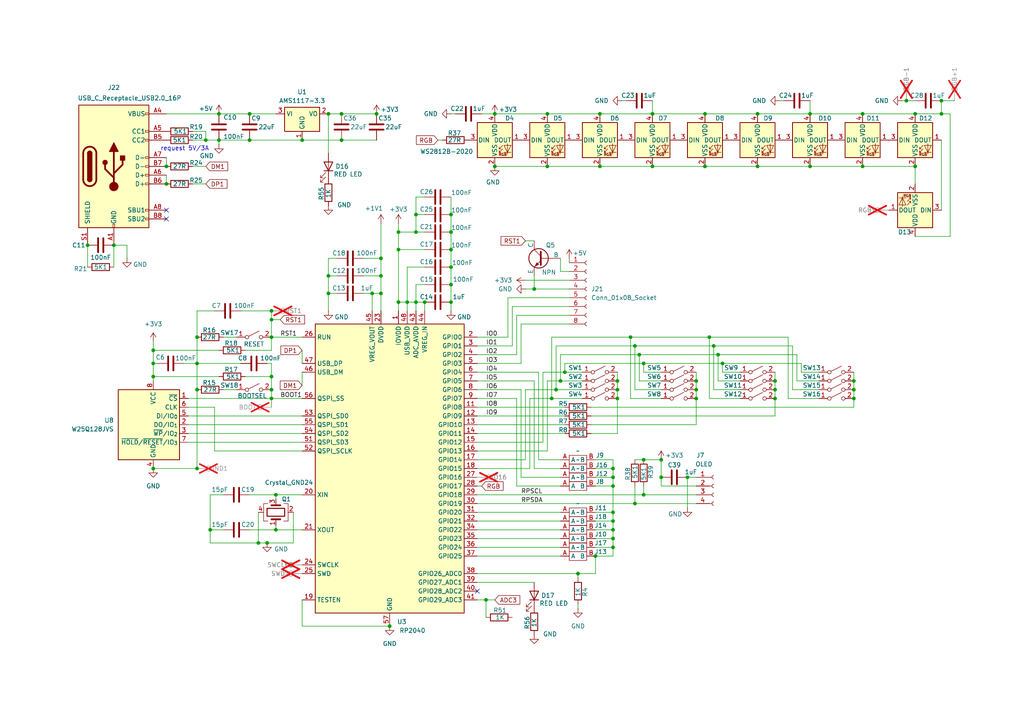
<source format=kicad_sch>
(kicad_sch (version 20250114) (generator "eeschema") (generator_version "9.0")
  (paper "A4")
  (text "request 5V/3A" (at 53.594 43.18 0) (effects (font (size 1.27 1.27))))
  (junction (at 247.65 115.57))
  (junction (at 173.99 48.26))
  (junction (at 189.23 33.02))
  (junction (at 265.43 33.02))
  (junction (at 44.45 135.89))
  (junction (at 48.26 53.34))
  (junction (at 33.02 71.12))
  (junction (at 130.81 67.31))
  (junction (at 59.69 40.64))
  (junction (at 78.74 115.57))
  (junction (at 130.81 62.23))
  (junction (at 72.39 40.64))
  (junction (at 199.39 138.43))
  (junction (at 234.95 33.02))
  (junction (at 224.79 115.57))
  (junction (at 118.11 87.63))
  (junction (at 184.15 146.05))
  (junction (at 78.74 90.17))
  (junction (at 57.15 97.79))
  (junction (at 130.81 72.39))
  (junction (at 186.69 133.35))
  (junction (at 44.45 105.41))
  (junction (at 162.56 110.49))
  (junction (at 201.93 113.03))
  (junction (at 44.45 109.22))
  (junction (at 177.8 151.13))
  (junction (at 78.74 113.03))
  (junction (at 177.8 138.43))
  (junction (at 250.19 48.26))
  (junction (at 177.8 148.59))
  (junction (at 154.94 83.82))
  (junction (at 186.69 143.51))
  (junction (at 234.95 48.26))
  (junction (at 219.71 48.26))
  (junction (at 95.25 80.01))
  (junction (at 184.15 100.33))
  (junction (at 179.07 113.03))
  (junction (at 247.65 110.49))
  (junction (at 173.99 33.02))
  (junction (at 247.65 113.03))
  (junction (at 107.95 85.09))
  (junction (at 201.93 110.49))
  (junction (at 262.89 29.21))
  (junction (at 204.47 48.26))
  (junction (at 158.75 48.26))
  (junction (at 60.96 153.67))
  (junction (at 80.01 153.67))
  (junction (at 115.57 67.31))
  (junction (at 130.81 82.55))
  (junction (at 44.45 101.6))
  (junction (at 78.74 97.79))
  (junction (at 224.79 110.49))
  (junction (at 113.03 181.61))
  (junction (at 80.01 143.51))
  (junction (at 143.51 48.26))
  (junction (at 78.74 92.71))
  (junction (at 172.72 161.29))
  (junction (at 87.63 40.64))
  (junction (at 109.22 33.02))
  (junction (at 120.65 67.31))
  (junction (at 130.81 77.47))
  (junction (at 115.57 72.39))
  (junction (at 185.42 102.87))
  (junction (at 207.01 100.33))
  (junction (at 163.83 107.95))
  (junction (at 120.65 62.23))
  (junction (at 95.25 33.02))
  (junction (at 99.06 40.64))
  (junction (at 63.5 33.02))
  (junction (at 57.15 135.89))
  (junction (at 95.25 85.09))
  (junction (at 143.51 33.02))
  (junction (at 179.07 115.57))
  (junction (at 160.02 115.57))
  (junction (at 189.23 48.26))
  (junction (at 177.8 153.67))
  (junction (at 158.75 33.02))
  (junction (at 48.26 48.26))
  (junction (at 179.07 110.49))
  (junction (at 123.19 87.63))
  (junction (at 205.74 97.79))
  (junction (at 177.8 158.75))
  (junction (at 265.43 48.26))
  (junction (at 99.06 33.02))
  (junction (at 63.5 40.64))
  (junction (at 224.79 113.03))
  (junction (at 273.05 33.02))
  (junction (at 208.28 102.87))
  (junction (at 191.77 138.43))
  (junction (at 57.15 113.03))
  (junction (at 273.05 29.21))
  (junction (at 191.77 133.35))
  (junction (at 201.93 115.57))
  (junction (at 110.49 85.09))
  (junction (at 115.57 87.63))
  (junction (at 177.8 156.21))
  (junction (at 167.64 166.37))
  (junction (at 186.69 105.41))
  (junction (at 78.74 109.22))
  (junction (at 130.81 87.63))
  (junction (at 177.8 135.89))
  (junction (at 140.97 173.99))
  (junction (at 209.55 105.41))
  (junction (at 182.88 97.79))
  (junction (at 72.39 33.02))
  (junction (at 120.65 87.63))
  (junction (at 219.71 33.02))
  (junction (at 204.47 33.02))
  (junction (at 77.47 157.48))
  (junction (at 177.8 140.97))
  (junction (at 110.49 80.01))
  (junction (at 110.49 74.93))
  (junction (at 161.29 113.03))
  (junction (at 57.15 105.41))
  (junction (at 250.19 33.02))
  (junction (at 25.4 71.12))
  (junction (at 74.93 157.48))
  (no_connect (at 138.43 171.45))
  (no_connect (at 48.26 63.5))
  (no_connect (at 48.26 60.96))
  (wire (pts (xy 158.75 130.81) (xy 138.43 130.81)))
  (wire (pts (xy 162.56 78.74) (xy 165.1 78.74)))
  (wire (pts (xy 77.47 105.41) (xy 78.74 105.41)))
  (wire (pts (xy 224.79 120.65) (xy 224.79 115.57)))
  (wire (pts (xy 214.63 110.49) (xy 208.28 110.49)))
  (wire (pts (xy 224.79 107.95) (xy 224.79 110.49)))
  (wire (pts (xy 177.8 153.67) (xy 177.8 156.21)))
  (wire (pts (xy 219.71 33.02) (xy 234.95 33.02)))
  (wire (pts (xy 180.34 29.21) (xy 181.61 29.21)))
  (wire (pts (xy 232.41 105.41) (xy 209.55 105.41)))
  (wire (pts (xy 123.19 57.15) (xy 120.65 57.15)))
  (wire (pts (xy 171.45 123.19) (xy 201.93 123.19)))
  (wire (pts (xy 189.23 48.26) (xy 204.47 48.26)))
  (wire (pts (xy 138.43 161.29) (xy 162.56 161.29)))
  (wire (pts (xy 214.63 115.57) (xy 205.74 115.57)))
  (wire (pts (xy 247.65 118.11) (xy 247.65 115.57)))
  (wire (pts (xy 95.25 74.93) (xy 95.25 80.01)))
  (wire (pts (xy 152.4 133.35) (xy 138.43 133.35)))
  (wire (pts (xy 265.43 48.26) (xy 265.43 53.34)))
  (wire (pts (xy 118.11 77.47) (xy 118.11 87.63)))
  (wire (pts (xy 62.23 130.81) (xy 62.23 118.11)))
  (wire (pts (xy 60.96 153.67) (xy 60.96 157.48)))
  (wire (pts (xy 95.25 33.02) (xy 99.06 33.02)))
  (wire (pts (xy 57.15 105.41) (xy 57.15 113.03)))
  (wire (pts (xy 147.32 97.79) (xy 147.32 86.36)))
  (wire (pts (xy 95.25 74.93) (xy 97.79 74.93)))
  (wire (pts (xy 130.81 77.47) (xy 130.81 82.55)))
  (wire (pts (xy 54.61 123.19) (xy 87.63 123.19)))
  (wire (pts (xy 87.63 107.95) (xy 87.63 111.76)))
  (wire (pts (xy 123.19 87.63) (xy 123.19 90.17)))
  (wire (pts (xy 138.43 153.67) (xy 162.56 153.67)))
  (wire (pts (xy 226.06 29.21) (xy 227.33 29.21)))
  (wire (pts (xy 143.51 33.02) (xy 158.75 33.02)))
  (wire (pts (xy 138.43 105.41) (xy 151.13 105.41)))
  (wire (pts (xy 60.96 143.51) (xy 60.96 153.67)))
  (wire (pts (xy 173.99 33.02) (xy 189.23 33.02)))
  (wire (pts (xy 172.72 161.29) (xy 172.72 166.37)))
  (wire (pts (xy 57.15 90.17) (xy 57.15 97.79)))
  (wire (pts (xy 177.8 140.97) (xy 177.8 138.43)))
  (wire (pts (xy 138.43 158.75) (xy 162.56 158.75)))
  (wire (pts (xy 214.63 113.03) (xy 207.01 113.03)))
  (wire (pts (xy 161.29 113.03) (xy 152.4 113.03)))
  (wire (pts (xy 138.43 173.99) (xy 140.97 173.99)))
  (wire (pts (xy 231.14 110.49) (xy 231.14 102.87)))
  (wire (pts (xy 184.15 100.33) (xy 161.29 100.33)))
  (wire (pts (xy 177.8 140.97) (xy 172.72 140.97)))
  (wire (pts (xy 71.12 101.6) (xy 78.74 101.6)))
  (wire (pts (xy 157.48 128.27) (xy 138.43 128.27)))
  (wire (pts (xy 110.49 74.93) (xy 110.49 80.01)))
  (wire (pts (xy 80.01 153.67) (xy 80.01 152.4)))
  (wire (pts (xy 69.85 90.17) (xy 78.74 90.17)))
  (wire (pts (xy 54.61 120.65) (xy 87.63 120.65)))
  (wire (pts (xy 162.56 102.87) (xy 162.56 110.49)))
  (wire (pts (xy 275.59 68.58) (xy 275.59 33.02)))
  (wire (pts (xy 191.77 110.49) (xy 185.42 110.49)))
  (wire (pts (xy 130.81 87.63) (xy 130.81 90.17)))
  (wire (pts (xy 72.39 153.67) (xy 80.01 153.67)))
  (wire (pts (xy 138.43 166.37) (xy 167.64 166.37)))
  (wire (pts (xy 57.15 113.03) (xy 57.15 135.89)))
  (wire (pts (xy 208.28 110.49) (xy 208.28 102.87)))
  (wire (pts (xy 110.49 64.77) (xy 110.49 74.93)))
  (wire (pts (xy 250.19 48.26) (xy 265.43 48.26)))
  (wire (pts (xy 201.93 115.57) (xy 201.93 113.03)))
  (wire (pts (xy 186.69 107.95) (xy 186.69 105.41)))
  (wire (pts (xy 228.6 115.57) (xy 228.6 97.79)))
  (wire (pts (xy 130.81 62.23) (xy 130.81 67.31)))
  (wire (pts (xy 95.25 85.09) (xy 95.25 90.17)))
  (wire (pts (xy 138.43 140.97) (xy 139.7 140.97)))
  (wire (pts (xy 60.96 153.67) (xy 64.77 153.67)))
  (wire (pts (xy 149.86 140.97) (xy 149.86 115.57)))
  (wire (pts (xy 55.88 40.64) (xy 59.69 40.64)))
  (wire (pts (xy 53.34 105.41) (xy 57.15 105.41)))
  (wire (pts (xy 54.61 125.73) (xy 87.63 125.73)))
  (wire (pts (xy 191.77 115.57) (xy 182.88 115.57)))
  (wire (pts (xy 162.56 135.89) (xy 154.94 135.89)))
  (wire (pts (xy 234.95 48.26) (xy 250.19 48.26)))
  (wire (pts (xy 59.69 38.1) (xy 59.69 40.64)))
  (wire (pts (xy 74.93 148.59) (xy 74.93 157.48)))
  (wire (pts (xy 228.6 97.79) (xy 205.74 97.79)))
  (wire (pts (xy 173.99 48.26) (xy 189.23 48.26)))
  (wire (pts (xy 97.79 85.09) (xy 95.25 85.09)))
  (wire (pts (xy 148.59 88.9) (xy 165.1 88.9)))
  (wire (pts (xy 36.83 71.12) (xy 33.02 71.12)))
  (wire (pts (xy 186.69 133.35) (xy 191.77 133.35)))
  (wire (pts (xy 191.77 133.35) (xy 191.77 138.43)))
  (wire (pts (xy 138.43 100.33) (xy 148.59 100.33)))
  (wire (pts (xy 87.63 181.61) (xy 113.03 181.61)))
  (wire (pts (xy 247.65 107.95) (xy 247.65 110.49)))
  (wire (pts (xy 138.43 125.73) (xy 163.83 125.73)))
  (wire (pts (xy 62.23 118.11) (xy 54.61 118.11)))
  (wire (pts (xy 199.39 138.43) (xy 199.39 147.32)))
  (wire (pts (xy 247.65 110.49) (xy 247.65 113.03)))
  (wire (pts (xy 275.59 33.02) (xy 273.05 33.02)))
  (wire (pts (xy 204.47 33.02) (xy 219.71 33.02)))
  (wire (pts (xy 171.45 118.11) (xy 247.65 118.11)))
  (wire (pts (xy 158.75 110.49) (xy 158.75 130.81)))
  (wire (pts (xy 130.81 72.39) (xy 130.81 77.47)))
  (wire (pts (xy 105.41 85.09) (xy 107.95 85.09)))
  (wire (pts (xy 179.07 113.03) (xy 179.07 115.57)))
  (wire (pts (xy 48.26 33.02) (xy 63.5 33.02)))
  (wire (pts (xy 177.8 151.13) (xy 177.8 153.67)))
  (wire (pts (xy 207.01 113.03) (xy 207.01 100.33)))
  (wire (pts (xy 45.72 105.41) (xy 44.45 105.41)))
  (wire (pts (xy 224.79 113.03) (xy 224.79 115.57)))
  (wire (pts (xy 110.49 80.01) (xy 110.49 85.09)))
  (wire (pts (xy 78.74 105.41) (xy 78.74 109.22)))
  (wire (pts (xy 154.94 80.01) (xy 154.94 83.82)))
  (wire (pts (xy 140.97 173.99) (xy 143.51 173.99)))
  (wire (pts (xy 186.69 143.51) (xy 201.93 143.51)))
  (wire (pts (xy 78.74 90.17) (xy 78.74 92.71)))
  (wire (pts (xy 154.94 110.49) (xy 138.43 110.49)))
  (wire (pts (xy 237.49 115.57) (xy 228.6 115.57)))
  (wire (pts (xy 165.1 74.93) (xy 165.1 76.2)))
  (wire (pts (xy 265.43 33.02) (xy 273.05 33.02)))
  (wire (pts (xy 151.13 93.98) (xy 165.1 93.98)))
  (wire (pts (xy 36.83 71.12) (xy 36.83 74.93)))
  (wire (pts (xy 184.15 133.35) (xy 186.69 133.35)))
  (wire (pts (xy 44.45 105.41) (xy 44.45 109.22)))
  (wire (pts (xy 97.79 80.01) (xy 95.25 80.01)))
  (wire (pts (xy 63.5 41.91) (xy 63.5 40.64)))
  (wire (pts (xy 72.39 40.64) (xy 87.63 40.64)))
  (wire (pts (xy 78.74 115.57) (xy 78.74 118.11)))
  (wire (pts (xy 189.23 33.02) (xy 204.47 33.02)))
  (wire (pts (xy 191.77 140.97) (xy 191.77 138.43)))
  (wire (pts (xy 44.45 101.6) (xy 44.45 105.41)))
  (wire (pts (xy 191.77 113.03) (xy 184.15 113.03)))
  (wire (pts (xy 156.21 107.95) (xy 138.43 107.95)))
  (wire (pts (xy 25.4 71.12) (xy 25.4 77.47)))
  (wire (pts (xy 95.25 33.02) (xy 95.25 44.45)))
  (wire (pts (xy 115.57 64.77) (xy 115.57 67.31)))
  (wire (pts (xy 85.09 157.48) (xy 77.47 157.48)))
  (wire (pts (xy 130.81 67.31) (xy 130.81 72.39)))
  (wire (pts (xy 72.39 33.02) (xy 63.5 33.02)))
  (wire (pts (xy 171.45 125.73) (xy 179.07 125.73)))
  (wire (pts (xy 115.57 90.17) (xy 115.57 87.63)))
  (wire (pts (xy 87.63 101.6) (xy 87.63 105.41)))
  (wire (pts (xy 138.43 143.51) (xy 186.69 143.51)))
  (wire (pts (xy 139.7 33.02) (xy 143.51 33.02)))
  (wire (pts (xy 162.56 110.49) (xy 158.75 110.49)))
  (wire (pts (xy 64.77 97.79) (xy 68.58 97.79)))
  (wire (pts (xy 186.69 140.97) (xy 186.69 143.51)))
  (wire (pts (xy 160.02 115.57) (xy 153.67 115.57)))
  (wire (pts (xy 185.42 110.49) (xy 185.42 102.87)))
  (wire (pts (xy 64.77 143.51) (xy 60.96 143.51)))
  (wire (pts (xy 177.8 138.43) (xy 172.72 138.43)))
  (wire (pts (xy 237.49 107.95) (xy 232.41 107.95)))
  (wire (pts (xy 199.39 138.43) (xy 201.93 138.43)))
  (wire (pts (xy 118.11 87.63) (xy 118.11 90.17)))
  (wire (pts (xy 184.15 113.03) (xy 184.15 100.33)))
  (wire (pts (xy 127 40.64) (xy 128.27 40.64)))
  (wire (pts (xy 163.83 107.95) (xy 157.48 107.95)))
  (wire (pts (xy 149.86 115.57) (xy 138.43 115.57)))
  (wire (pts (xy 182.88 97.79) (xy 160.02 97.79)))
  (wire (pts (xy 87.63 153.67) (xy 80.01 153.67)))
  (wire (pts (xy 261.62 29.21) (xy 262.89 29.21)))
  (wire (pts (xy 154.94 83.82) (xy 165.1 83.82)))
  (wire (pts (xy 120.65 62.23) (xy 120.65 67.31)))
  (wire (pts (xy 115.57 67.31) (xy 120.65 67.31)))
  (wire (pts (xy 72.39 143.51) (xy 80.01 143.51)))
  (wire (pts (xy 138.43 151.13) (xy 162.56 151.13)))
  (wire (pts (xy 157.48 107.95) (xy 157.48 128.27)))
  (wire (pts (xy 74.93 157.48) (xy 77.47 157.48)))
  (wire (pts (xy 95.25 80.01) (xy 95.25 85.09)))
  (wire (pts (xy 191.77 107.95) (xy 186.69 107.95)))
  (wire (pts (xy 207.01 100.33) (xy 184.15 100.33)))
  (wire (pts (xy 184.15 140.97) (xy 184.15 146.05)))
  (wire (pts (xy 107.95 85.09) (xy 107.95 90.17)))
  (wire (pts (xy 184.15 146.05) (xy 201.93 146.05)))
  (wire (pts (xy 85.09 148.59) (xy 85.09 157.48)))
  (wire (pts (xy 167.64 167.64) (xy 167.64 166.37)))
  (wire (pts (xy 72.39 40.64) (xy 63.5 40.64)))
  (wire (pts (xy 204.47 48.26) (xy 219.71 48.26)))
  (wire (pts (xy 78.74 101.6) (xy 78.74 97.79)))
  (wire (pts (xy 78.74 92.71) (xy 78.74 97.79)))
  (wire (pts (xy 273.05 40.64) (xy 273.05 60.96)))
  (wire (pts (xy 231.14 102.87) (xy 208.28 102.87)))
  (wire (pts (xy 54.61 128.27) (xy 87.63 128.27)))
  (wire (pts (xy 163.83 105.41) (xy 163.83 107.95)))
  (wire (pts (xy 44.45 101.6) (xy 63.5 101.6)))
  (wire (pts (xy 205.74 97.79) (xy 182.88 97.79)))
  (wire (pts (xy 219.71 48.26) (xy 234.95 48.26)))
  (wire (pts (xy 78.74 113.03) (xy 78.74 115.57)))
  (wire (pts (xy 167.64 175.26) (xy 167.64 176.53)))
  (wire (pts (xy 153.67 115.57) (xy 153.67 135.89)))
  (wire (pts (xy 87.63 173.99) (xy 87.63 181.61)))
  (wire (pts (xy 110.49 80.01) (xy 105.41 80.01)))
  (wire (pts (xy 152.4 81.28) (xy 165.1 81.28)))
  (wire (pts (xy 55.88 53.34) (xy 59.69 53.34)))
  (wire (pts (xy 177.8 133.35) (xy 177.8 135.89)))
  (wire (pts (xy 167.64 166.37) (xy 172.72 166.37)))
  (wire (pts (xy 60.96 157.48) (xy 74.93 157.48)))
  (wire (pts (xy 185.42 102.87) (xy 162.56 102.87)))
  (wire (pts (xy 177.8 156.21) (xy 177.8 158.75)))
  (wire (pts (xy 62.23 90.17) (xy 57.15 90.17)))
  (wire (pts (xy 152.4 113.03) (xy 152.4 133.35)))
  (wire (pts (xy 234.95 29.21) (xy 234.95 33.02)))
  (wire (pts (xy 152.4 69.85) (xy 154.94 69.85)))
  (wire (pts (xy 118.11 87.63) (xy 120.65 87.63)))
  (wire (pts (xy 179.07 125.73) (xy 179.07 115.57)))
  (wire (pts (xy 123.19 77.47) (xy 118.11 77.47)))
  (wire (pts (xy 59.69 40.64) (xy 63.5 40.64)))
  (wire (pts (xy 149.86 102.87) (xy 149.86 91.44)))
  (wire (pts (xy 237.49 110.49) (xy 231.14 110.49)))
  (wire (pts (xy 273.05 33.02) (xy 273.05 29.21)))
  (wire (pts (xy 57.15 97.79) (xy 57.15 105.41)))
  (wire (pts (xy 143.51 48.26) (xy 158.75 48.26)))
  (wire (pts (xy 172.72 161.29) (xy 177.8 161.29)))
  (wire (pts (xy 48.26 45.72) (xy 48.26 48.26)))
  (wire (pts (xy 130.81 57.15) (xy 130.81 62.23)))
  (wire (pts (xy 44.45 109.22) (xy 44.45 110.49)))
  (wire (pts (xy 156.21 133.35) (xy 162.56 133.35)))
  (wire (pts (xy 48.26 50.8) (xy 48.26 53.34)))
  (wire (pts (xy 148.59 100.33) (xy 148.59 88.9)))
  (wire (pts (xy 162.56 110.49) (xy 168.91 110.49)))
  (wire (pts (xy 153.67 135.89) (xy 138.43 135.89)))
  (wire (pts (xy 160.02 97.79) (xy 160.02 115.57)))
  (wire (pts (xy 182.88 115.57) (xy 182.88 97.79)))
  (wire (pts (xy 81.28 92.71) (xy 78.74 92.71)))
  (wire (pts (xy 115.57 87.63) (xy 115.57 72.39)))
  (wire (pts (xy 224.79 110.49) (xy 224.79 113.03)))
  (wire (pts (xy 71.12 109.22) (xy 78.74 109.22)))
  (wire (pts (xy 156.21 133.35) (xy 156.21 107.95)))
  (wire (pts (xy 265.43 68.58) (xy 275.59 68.58)))
  (wire (pts (xy 105.41 74.93) (xy 110.49 74.93)))
  (wire (pts (xy 120.65 87.63) (xy 120.65 90.17)))
  (wire (pts (xy 78.74 115.57) (xy 87.63 115.57)))
  (wire (pts (xy 120.65 57.15) (xy 120.65 62.23)))
  (wire (pts (xy 201.93 140.97) (xy 191.77 140.97)))
  (wire (pts (xy 120.65 82.55) (xy 120.65 87.63)))
  (wire (pts (xy 177.8 148.59) (xy 177.8 151.13)))
  (wire (pts (xy 273.05 29.21) (xy 276.86 29.21)))
  (wire (pts (xy 138.43 156.21) (xy 162.56 156.21)))
  (wire (pts (xy 162.56 138.43) (xy 151.13 138.43)))
  (wire (pts (xy 177.8 153.67) (xy 172.72 153.67)))
  (wire (pts (xy 147.32 86.36) (xy 165.1 86.36)))
  (wire (pts (xy 161.29 100.33) (xy 161.29 113.03)))
  (wire (pts (xy 177.8 158.75) (xy 177.8 161.29)))
  (wire (pts (xy 201.93 113.03) (xy 201.93 110.49)))
  (wire (pts (xy 209.55 105.41) (xy 186.69 105.41)))
  (wire (pts (xy 130.81 82.55) (xy 130.81 87.63)))
  (wire (pts (xy 138.43 97.79) (xy 147.32 97.79)))
  (wire (pts (xy 54.61 115.57) (xy 78.74 115.57)))
  (wire (pts (xy 115.57 67.31) (xy 115.57 72.39)))
  (wire (pts (xy 158.75 33.02) (xy 173.99 33.02)))
  (wire (pts (xy 237.49 113.03) (xy 229.87 113.03)))
  (wire (pts (xy 201.93 110.49) (xy 201.93 107.95)))
  (wire (pts (xy 229.87 113.03) (xy 229.87 100.33)))
  (wire (pts (xy 138.43 168.91) (xy 154.94 168.91)))
  (wire (pts (xy 177.8 151.13) (xy 172.72 151.13)))
  (wire (pts (xy 152.4 83.82) (xy 154.94 83.82)))
  (wire (pts (xy 123.19 62.23) (xy 120.65 62.23)))
  (wire (pts (xy 161.29 113.03) (xy 168.91 113.03)))
  (wire (pts (xy 177.8 148.59) (xy 172.72 148.59)))
  (wire (pts (xy 138.43 123.19) (xy 163.83 123.19)))
  (wire (pts (xy 214.63 107.95) (xy 209.55 107.95)))
  (wire (pts (xy 33.02 71.12) (xy 33.02 77.47)))
  (wire (pts (xy 115.57 87.63) (xy 118.11 87.63)))
  (wire (pts (xy 115.57 72.39) (xy 123.19 72.39)))
  (wire (pts (xy 87.63 40.64) (xy 99.06 40.64)))
  (wire (pts (xy 163.83 118.11) (xy 138.43 118.11)))
  (wire (pts (xy 163.83 107.95) (xy 168.91 107.95)))
  (wire (pts (xy 262.89 29.21) (xy 265.43 29.21)))
  (wire (pts (xy 57.15 135.89) (xy 44.45 135.89)))
  (wire (pts (xy 208.28 102.87) (xy 185.42 102.87)))
  (wire (pts (xy 123.19 82.55) (xy 120.65 82.55)))
  (wire (pts (xy 44.45 99.06) (xy 44.45 101.6)))
  (wire (pts (xy 55.88 38.1) (xy 59.69 38.1)))
  (wire (pts (xy 138.43 102.87) (xy 149.86 102.87)))
  (wire (pts (xy 140.97 179.07) (xy 140.97 173.99)))
  (wire (pts (xy 171.45 120.65) (xy 224.79 120.65)))
  (wire (pts (xy 107.95 85.09) (xy 110.49 85.09)))
  (wire (pts (xy 179.07 107.95) (xy 179.07 110.49)))
  (wire (pts (xy 205.74 115.57) (xy 205.74 97.79)))
  (wire (pts (xy 209.55 107.95) (xy 209.55 105.41)))
  (wire (pts (xy 177.8 138.43) (xy 177.8 135.89)))
  (wire (pts (xy 72.39 33.02) (xy 80.01 33.02)))
  (wire (pts (xy 162.56 74.93) (xy 162.56 78.74)))
  (wire (pts (xy 99.06 40.64) (xy 109.22 40.64)))
  (wire (pts (xy 110.49 85.09) (xy 110.49 90.17)))
  (wire (pts (xy 151.13 105.41) (xy 151.13 93.98)))
  (wire (pts (xy 64.77 113.03) (xy 68.58 113.03)))
  (wire (pts (xy 177.8 135.89) (xy 172.72 135.89)))
  (wire (pts (xy 247.65 113.03) (xy 247.65 115.57)))
  (wire (pts (xy 130.81 33.02) (xy 132.08 33.02)))
  (wire (pts (xy 63.5 109.22) (xy 44.45 109.22)))
  (wire (pts (xy 149.86 91.44) (xy 165.1 91.44)))
  (wire (pts (xy 158.75 48.26) (xy 173.99 48.26)))
  (wire (pts (xy 151.13 138.43) (xy 151.13 113.03)))
  (wire (pts (xy 234.95 33.02) (xy 250.19 33.02)))
  (wire (pts (xy 78.74 97.79) (xy 87.63 97.79)))
  (wire (pts (xy 55.88 48.26) (xy 59.69 48.26)))
  (wire (pts (xy 162.56 140.97) (xy 149.86 140.97)))
  (wire (pts (xy 177.8 156.21) (xy 172.72 156.21)))
  (wire (pts (xy 138.43 120.65) (xy 163.83 120.65)))
  (wire (pts (xy 229.87 100.33) (xy 207.01 100.33)))
  (wire (pts (xy 177.8 133.35) (xy 172.72 133.35)))
  (wire (pts (xy 87.63 143.51) (xy 80.01 143.51)))
  (wire (pts (xy 78.74 109.22) (xy 78.74 113.03)))
  (wire (pts (xy 201.93 123.19) (xy 201.93 115.57)))
  (wire (pts (xy 99.06 33.02) (xy 109.22 33.02)))
  (wire (pts (xy 189.23 29.21) (xy 189.23 33.02)))
  (wire (pts (xy 87.63 130.81) (xy 62.23 130.81)))
  (wire (pts (xy 232.41 107.95) (xy 232.41 105.41)))
  (wire (pts (xy 177.8 140.97) (xy 177.8 148.59)))
  (wire (pts (xy 250.19 33.02) (xy 265.43 33.02)))
  (wire (pts (xy 160.02 115.57) (xy 168.91 115.57)))
  (wire (pts (xy 57.15 105.41) (xy 69.85 105.41)))
  (wire (pts (xy 179.07 110.49) (xy 179.07 113.03)))
  (wire (pts (xy 138.43 146.05) (xy 184.15 146.05)))
  (wire (pts (xy 120.65 87.63) (xy 123.19 87.63)))
  (wire (pts (xy 120.65 67.31) (xy 123.19 67.31)))
  (wire (pts (xy 138.43 148.59) (xy 162.56 148.59)))
  (wire (pts (xy 80.01 143.51) (xy 80.01 144.78)))
  (wire (pts (xy 151.13 113.03) (xy 138.43 113.03)))
  (wire (pts (xy 177.8 158.75) (xy 172.72 158.75)))
  (wire (pts (xy 154.94 135.89) (xy 154.94 110.49)))
  (wire (pts (xy 186.69 105.41) (xy 163.83 105.41)))
  (label "IO8" (at 140.97 118.11 0))
  (label "IO3" (at 140.97 105.41 0))
  (label "IO7" (at 140.97 115.57 0))
  (label "RPSCL" (at 151.13 143.51 0))
  (label "RST1" (at 81.28 97.79 0))
  (label "IO9" (at 140.97 120.65 0))
  (label "RPSDA" (at 151.13 146.05 0))
  (label "IO1" (at 140.97 100.33 0))
  (label "BOOT1" (at 81.28 115.57 0))
  (label "IO2" (at 140.97 102.87 0))
  (label "IO5" (at 140.97 110.49 0))
  (label "IO4" (at 140.97 107.95 0))
  (label "IO6" (at 140.97 113.03 0))
  (label "IO0" (at 140.97 97.79 0))
  (global_label "RST1" (shape input) (at 152.4 69.85 180) (property "Intersheetrefs" "${INTERSHEET_REFS}" (effects (hide yes))))
  (global_label "DM1" (shape input) (at 59.69 48.26 0) (property "Intersheetrefs" "${INTERSHEET_REFS}" (effects (hide yes))))
  (global_label "RGB" (shape input) (at 127 40.64 180) (property "Intersheetrefs" "${INTERSHEET_REFS}" (effects (hide yes))))
  (global_label "ADC3" (shape input) (at 143.51 173.99 0) (property "Intersheetrefs" "${INTERSHEET_REFS}" (effects (hide yes))))
  (global_label "DP1" (shape input) (at 87.63 101.6 180) (property "Intersheetrefs" "${INTERSHEET_REFS}" (effects (hide yes))))
  (global_label "RST1" (shape input) (at 81.28 92.71 0) (property "Intersheetrefs" "${INTERSHEET_REFS}" (effects (hide yes))))
  (global_label "DM1" (shape input) (at 87.63 111.76 180) (property "Intersheetrefs" "${INTERSHEET_REFS}" (effects (hide yes))))
  (global_label "DP1" (shape input) (at 59.69 53.34 0) (property "Intersheetrefs" "${INTERSHEET_REFS}" (effects (hide yes))))
  (global_label "RGB" (shape input) (at 139.7 140.97 0) (property "Intersheetrefs" "${INTERSHEET_REFS}" (effects (hide yes))))
  (symbol (lib_id "power:+5V") (at 44.45 99.06 0) (unit 1)
    (property "Reference" "#PWR017" (effects (hide yes)))
    (property "Value" "+3V3" (at 44.45 93.98 0))
    (property "Description" "Power symbol creates a global label with name \"+5V\"" (effects (hide yes)))
  )
  (symbol (lib_id "Connector:TestPoint") (at 57.15 135.89 270) (unit 1) (in_bom no) (dnp yes)
    (property "Reference" "GND1" (at 63.5 135.89 90))
    (property "Value" "TestPoint" (effects (hide yes)))
    (property "Footprint" "TestPoint:TestPoint_Pad_D2.0mm" (effects (hide yes)))
    (property "Description" "test point" (effects (hide yes)))
  )
  (symbol (lib_id "power:GND") (at 143.51 48.26 0) (unit 1)
    (property "Reference" "#PWR08" (effects (hide yes)))
    (property "Value" "GND" (at 145.034 52.832 0) (effects (justify right)))
    (property "Description" "Power symbol creates a global label with name \"GND\" , ground" (effects (hide yes)))
  )
  (symbol (lib_id "LED:WS2812B-2020") (at 204.47 40.64 0) (unit 1)
    (property "Reference" "D8" (at 208.788 34.29 0))
    (property "Value" "WS2812B-2020" (effects (hide yes)))
    (property "Footprint" "LED_SMD:LED_WS2812B-2020_PLCC4_2.0x2.0mm" (effects (hide yes)))
    (property "Datasheet" "https://cdn-shop.adafruit.com/product-files/4684/4684_WS2812B-2020_V1.3_EN.pdf" (effects (hide yes)))
    (property "Description" "C965555" (effects (hide yes)))
  )
  (symbol (lib_id "Switch:SW_SPST") (at 242.57 110.49 0) (unit 1)
    (property "Reference" "SW14" (at 235.458 109.22 0))
    (property "Value" "SW_SPST" (effects (hide yes)))
    (property "Footprint" "Button_Switch_SMD:SW_SPST_TL3305C" (effects (hide yes)))
    (property "Datasheet" "C2888974" (effects (hide yes)))
    (property "Description" "Single Pole Single Throw (SPST) switch" (effects (hide yes)))
  )
  (symbol (lib_id "Connector:TestPoint") (at 138.43 138.43 270) (unit 1) (in_bom no) (dnp yes)
    (property "Reference" "IO16" (at 144.78 138.43 90))
    (property "Value" "TestPoint" (effects (hide yes)))
    (property "Footprint" "TestPoint:TestPoint_Pad_D2.0mm" (effects (hide yes)))
    (property "Description" "test point" (effects (hide yes)))
  )
  (symbol (lib_id "power:GND") (at 199.39 147.32 0) (mirror y) (unit 1)
    (property "Reference" "#PWR049" (effects (hide yes)))
    (property "Value" "GND" (at 195.834 149.098 0))
    (property "Description" "Power symbol creates a global label with name \"GND\" , ground" (effects (hide yes)))
  )
  (symbol (lib_id "Switch:SW_SPST") (at 196.85 107.95 0) (unit 1)
    (property "Reference" "SW5" (at 189.738 106.68 0))
    (property "Value" "SW_SPST" (effects (hide yes)))
    (property "Footprint" "Button_Switch_SMD:SW_SPST_TL3305C" (effects (hide yes)))
    (property "Datasheet" "C2888974" (effects (hide yes)))
    (property "Description" "Single Pole Single Throw (SPST) switch" (effects (hide yes)))
  )
  (symbol (lib_id "LED:WS2812B-2020") (at 158.75 40.64 0) (unit 1)
    (property "Reference" "D5" (at 161.798 34.29 0))
    (property "Value" "WS2812B-2020" (effects (hide yes)))
    (property "Footprint" "LED_SMD:LED_WS2812B-2020_PLCC4_2.0x2.0mm" (effects (hide yes)))
    (property "Datasheet" "https://cdn-shop.adafruit.com/product-files/4684/4684_WS2812B-2020_V1.3_EN.pdf" (effects (hide yes)))
    (property "Description" "C965555" (effects (hide yes)))
  )
  (symbol (lib_id "Switch:SW_SPST") (at 242.57 113.03 0) (unit 1)
    (property "Reference" "SW15" (at 235.458 111.76 0))
    (property "Value" "SW_SPST" (effects (hide yes)))
    (property "Footprint" "Button_Switch_SMD:SW_SPST_TL3305C" (effects (hide yes)))
    (property "Datasheet" "C2888974" (effects (hide yes)))
    (property "Description" "Single Pole Single Throw (SPST) switch" (effects (hide yes)))
  )
  (symbol (lib_id "spacescape:RES-PAD") (at 167.64 137.16 0) (unit 1) (in_bom no)
    (property "Reference" "J12" (at 174.498 137.414 0))
    (property "Value" "~" (at 167.64 135.89 0))
    (property "Footprint" "spacescape:Untitled" (effects (hide yes)))
  )
  (symbol (lib_id "power:+1V1") (at 110.49 64.77 0) (unit 1)
    (property "Reference" "#PWR029" (effects (hide yes)))
    (property "Value" "+1V1" (at 108.458 60.452 0))
    (property "Description" "Power symbol creates a global label with name \"+1V1\"" (effects (hide yes)))
  )
  (symbol (lib_id "spacescape:RES-PAD") (at 167.64 152.4 0) (unit 1) (in_bom no)
    (property "Reference" "J14" (at 174.244 152.4 0))
    (property "Value" "~" (at 167.64 151.13 0))
    (property "Footprint" "spacescape:Untitled" (effects (hide yes)))
  )
  (symbol (lib_id "spacescape:RES-PAD") (at 167.64 160.02 0) (unit 1) (in_bom no)
    (property "Reference" "J13" (at 174.244 160.02 0))
    (property "Value" "~" (at 167.64 158.75 0))
    (property "Footprint" "spacescape:Untitled" (effects (hide yes)))
  )
  (symbol (lib_id "spacescape:RES-PAD") (at 167.64 134.62 0) (unit 1) (in_bom no)
    (property "Reference" "J16" (at 174.498 134.874 0))
    (property "Value" "~" (at 167.64 133.35 0))
    (property "Footprint" "spacescape:Untitled" (effects (hide yes)))
  )
  (symbol (lib_id "Device:R") (at 144.78 179.07 90) (unit 1)
    (property "Reference" "R51" (at 145.034 177.038 90))
    (property "Value" "1K" (at 145.034 179.07 90))
    (property "Footprint" "Resistor_SMD:R_0402_1005Metric" (effects (hide yes)))
    (property "Description" "Resistor" (effects (hide yes)))
  )
  (symbol (lib_id "Device:R") (at 132.08 40.64 270) (mirror x) (unit 1)
    (property "Reference" "R37" (at 131.826 38.608 90))
    (property "Value" "27R" (at 131.826 40.64 90))
    (property "Footprint" "Resistor_SMD:R_0402_1005Metric" (effects (hide yes)))
    (property "Description" "Resistor" (effects (hide yes)))
  )
  (symbol (lib_id "power:GND") (at 167.64 176.53 0) (unit 1)
    (property "Reference" "#PWR09" (effects (hide yes)))
    (property "Value" "GND" (at 167.64 181.61 0))
    (property "Description" "Power symbol creates a global label with name \"GND\" , ground" (effects (hide yes)))
  )
  (symbol (lib_id "Switch:SW_SPST") (at 242.57 115.57 0) (unit 1)
    (property "Reference" "SW16" (at 235.458 114.3 0))
    (property "Value" "SW_SPST" (effects (hide yes)))
    (property "Footprint" "Button_Switch_SMD:SW_SPST_TL3305C" (effects (hide yes)))
    (property "Datasheet" "C2888974" (effects (hide yes)))
    (property "Description" "Single Pole Single Throw (SPST) switch" (effects (hide yes)))
  )
  (symbol (lib_id "power:GND") (at 113.03 181.61 0) (unit 1)
    (property "Reference" "#PWR015" (effects (hide yes)))
    (property "Value" "GND" (at 113.03 186.69 0))
    (property "Description" "Power symbol creates a global label with name \"GND\" , ground" (effects (hide yes)))
  )
  (symbol (lib_id "Device:C") (at 101.6 80.01 90) (unit 1)
    (property "Reference" "C12" (at 98.298 78.486 90))
    (property "Value" "100nF" (at 106.426 78.486 90))
    (property "Footprint" "Capacitor_SMD:C_0402_1005Metric" (effects (hide yes)))
    (property "Description" "Unpolarized capacitor" (effects (hide yes)))
  )
  (symbol (lib_id "Device:R") (at 167.64 171.45 0) (unit 1)
    (property "Reference" "R4" (at 169.672 171.704 90))
    (property "Value" "1K" (at 167.64 171.704 90))
    (property "Footprint" "Resistor_SMD:R_0402_1005Metric" (effects (hide yes)))
    (property "Description" "Resistor" (effects (hide yes)))
  )
  (symbol (lib_id "Connector:TestPoint") (at 87.63 166.37 90) (unit 1) (in_bom no) (dnp yes)
    (property "Reference" "SWD1" (at 81.28 166.37 90))
    (property "Value" "TestPoint" (effects (hide yes)))
    (property "Footprint" "TestPoint:TestPoint_Pad_D2.0mm" (effects (hide yes)))
    (property "Description" "test point" (effects (hide yes)))
  )
  (symbol (lib_id "MCU_RaspberryPi:RP2040") (at 113.03 135.89 0) (unit 1)
    (property "Reference" "U3" (at 115.1733 180.34 0) (effects (justify left)))
    (property "Value" "RP2040" (at 115.824 182.88 0) (effects (justify left)))
    (property "Footprint" "Package_DFN_QFN:QFN-56-1EP_7x7mm_P0.4mm_EP3.2x3.2mm" (effects (hide yes)))
    (property "Datasheet" "https://datasheets.raspberrypi.com/rp2040/rp2040-datasheet.pdf" (effects (hide yes)))
    (property "Description" "A microcontroller by Raspberry Pi" (effects (hide yes)))
  )
  (symbol (lib_id "power:+5V") (at 191.77 133.35 0) (unit 1)
    (property "Reference" "#PWR053" (effects (hide yes)))
    (property "Value" "+3V3" (at 195.58 132.08 0))
    (property "Description" "Power symbol creates a global label with name \"+5V\"" (effects (hide yes)))
  )
  (symbol (lib_id "Device:C") (at 66.04 90.17 90) (unit 1)
    (property "Reference" "C7" (at 62.738 88.646 90))
    (property "Value" "100nF" (at 70.866 88.646 90))
    (property "Footprint" "Capacitor_SMD:C_0402_1005Metric" (effects (hide yes)))
    (property "Description" "Unpolarized capacitor" (effects (hide yes)))
  )
  (symbol (lib_id "Device:R") (at 167.64 118.11 270) (mirror x) (unit 1)
    (property "Reference" "R5" (at 163.322 117.094 90))
    (property "Value" "5K1" (at 167.894 118.11 90))
    (property "Footprint" "Resistor_SMD:R_0402_1005Metric" (effects (hide yes)))
    (property "Description" "Resistor" (effects (hide yes)))
  )
  (symbol (lib_id "Connector:TestPoint") (at 257.81 60.96 90) (unit 1) (in_bom no) (dnp yes)
    (property "Reference" "RGB1" (at 251.46 60.96 90))
    (property "Value" "TestPoint" (effects (hide yes)))
    (property "Footprint" "TestPoint:TestPoint_Pad_D2.0mm" (effects (hide yes)))
    (property "Description" "test point" (effects (hide yes)))
  )
  (symbol (lib_id "Switch:SW_SPST") (at 219.71 115.57 0) (unit 1)
    (property "Reference" "SW12" (at 212.598 114.3 0))
    (property "Value" "SW_SPST" (effects (hide yes)))
    (property "Footprint" "Button_Switch_SMD:SW_SPST_TL3305C" (effects (hide yes)))
    (property "Datasheet" "C2888974" (effects (hide yes)))
    (property "Description" "Single Pole Single Throw (SPST) switch" (effects (hide yes)))
  )
  (symbol (lib_id "power:GND") (at 180.34 29.21 270) (unit 1)
    (property "Reference" "#PWR033" (effects (hide yes)))
    (property "Value" "GND" (at 176.53 29.21 90) (effects (justify right)))
    (property "Description" "Power symbol creates a global label with name \"GND\" , ground" (effects (hide yes)))
  )
  (symbol (lib_id "power:GND") (at 154.94 184.15 0) (mirror y) (unit 1)
    (property "Reference" "#PWR066" (effects (hide yes)))
    (property "Value" "GND" (at 157.48 183.896 0) (effects (justify right)))
    (property "Description" "Power symbol creates a global label with name \"GND\" , ground" (effects (hide yes)))
  )
  (symbol (lib_id "Connector:TestPoint") (at 78.74 90.17 270) (unit 1) (in_bom no) (dnp yes)
    (property "Reference" "RST1" (at 85.09 90.17 90))
    (property "Value" "TestPoint" (effects (hide yes)))
    (property "Footprint" "TestPoint:TestPoint_Pad_D2.0mm" (effects (hide yes)))
    (property "Description" "test point" (effects (hide yes)))
  )
  (symbol (lib_id "power:GND") (at 44.45 135.89 0) (mirror y) (unit 1)
    (property "Reference" "#PWR016" (effects (hide yes)))
    (property "Value" "GND" (at 44.45 140.97 0))
    (property "Description" "Power symbol creates a global label with name \"GND\" , ground" (effects (hide yes)))
  )
  (symbol (lib_id "Device:C") (at 73.66 105.41 90) (unit 1)
    (property "Reference" "C8" (at 70.358 103.886 90))
    (property "Value" "100nF" (at 78.486 103.886 90))
    (property "Footprint" "Capacitor_SMD:C_0402_1005Metric" (effects (hide yes)))
    (property "Description" "Unpolarized capacitor" (effects (hide yes)))
  )
  (symbol (lib_id "Device:C") (at 127 57.15 90) (unit 1)
    (property "Reference" "C26" (at 123.698 55.626 90))
    (property "Value" "100nF" (at 133.858 55.88 90))
    (property "Footprint" "Capacitor_SMD:C_0402_1005Metric" (effects (hide yes)))
    (property "Description" "Unpolarized capacitor" (effects (hide yes)))
  )
  (symbol (lib_id "Device:C") (at 109.22 36.83 0) (unit 1)
    (property "Reference" "C35" (at 109.728 34.29 0) (effects (justify left)))
    (property "Value" "22uF" (at 111.76 36.83 0) (effects (justify left)))
    (property "Footprint" "Capacitor_SMD:C_0805_2012Metric" (effects (hide yes)))
    (property "Description" "Unpolarized capacitor" (effects (hide yes)))
  )
  (symbol (lib_id "Device:LED") (at 154.94 172.72 270) (mirror x) (unit 1)
    (property "Reference" "D17" (at 156.972 172.72 90) (effects (justify left)))
    (property "Value" "RED LED" (at 156.464 175.006 90) (effects (justify left)))
    (property "Footprint" "LED_SMD:LED_0603_1608Metric" (effects (hide yes)))
    (property "Datasheet" "C19712529" (effects (hide yes)))
    (property "Description" "Light emitting diode" (effects (hide yes)))
    (property "Sim.Pins" "1=K 2=A" (effects (hide yes)))
  )
  (symbol (lib_id "Connector:TestPoint") (at 276.86 29.21 0) (unit 1) (in_bom no) (dnp yes)
    (property "Reference" "RGB+1" (at 276.86 22.86 90))
    (property "Value" "TestPoint" (effects (hide yes)))
    (property "Footprint" "TestPoint:TestPoint_Pad_D2.0mm" (effects (hide yes)))
    (property "Description" "test point" (effects (hide yes)))
  )
  (symbol (lib_id "Device:R") (at 154.94 180.34 0) (mirror y) (unit 1)
    (property "Reference" "R56" (at 152.908 180.594 90))
    (property "Value" "1K" (at 154.94 180.594 90))
    (property "Footprint" "Resistor_SMD:R_0402_1005Metric" (effects (hide yes)))
    (property "Description" "Resistor" (effects (hide yes)))
  )
  (symbol (lib_id "Switch:SW_SPST") (at 196.85 115.57 0) (unit 1)
    (property "Reference" "SW8" (at 189.738 114.3 0))
    (property "Value" "SW_SPST" (effects (hide yes)))
    (property "Footprint" "Button_Switch_SMD:SW_SPST_TL3305C" (effects (hide yes)))
    (property "Datasheet" "C2888974" (effects (hide yes)))
    (property "Description" "Single Pole Single Throw (SPST) switch" (effects (hide yes)))
  )
  (symbol (lib_id "power:GND") (at 77.47 157.48 0) (mirror y) (unit 1)
    (property "Reference" "#PWR06" (effects (hide yes)))
    (property "Value" "GND" (at 81.534 159.258 0))
    (property "Description" "Power symbol creates a global label with name \"GND\" , ground" (effects (hide yes)))
  )
  (symbol (lib_id "Device:R") (at 167.64 123.19 270) (mirror x) (unit 1)
    (property "Reference" "R7" (at 163.322 122.174 90))
    (property "Value" "5K1" (at 167.894 123.19 90))
    (property "Footprint" "Resistor_SMD:R_0402_1005Metric" (effects (hide yes)))
    (property "Description" "Resistor" (effects (hide yes)))
  )
  (symbol (lib_id "LED:WS2812B-2020") (at 173.99 40.64 0) (unit 1)
    (property "Reference" "D6" (at 178.308 34.29 0))
    (property "Value" "WS2812B-2020" (effects (hide yes)))
    (property "Footprint" "LED_SMD:LED_WS2812B-2020_PLCC4_2.0x2.0mm" (effects (hide yes)))
    (property "Datasheet" "https://cdn-shop.adafruit.com/product-files/4684/4684_WS2812B-2020_V1.3_EN.pdf" (effects (hide yes)))
    (property "Description" "C965555" (effects (hide yes)))
  )
  (symbol (lib_id "Connector:USB_C_Receptacle_USB2.0_16P") (at 33.02 48.26 0) (unit 1)
    (property "Reference" "J22" (at 33.02 25.4 0))
    (property "Value" "USB_C_Receptacle_USB2.0_16P" (at 37.592 28.448 0))
    (property "Footprint" "Connector_USB:USB_C_Receptacle_HCTL_HC-TYPE-C-16P-01A" (effects (hide yes)))
    (property "Datasheet" "https://www.usb.org/sites/default/files/documents/usb_type-c.zip" (effects (hide yes)))
    (property "Description" "USB 2.0-only 16P Type-C Receptacle connector" (effects (hide yes)))
  )
  (symbol (lib_id "Device:R") (at 29.21 77.47 90) (unit 1)
    (property "Reference" "R21" (at 23.368 77.978 90))
    (property "Value" "5K1" (at 29.21 77.47 90))
    (property "Footprint" "Resistor_SMD:R_0402_1005Metric" (effects (hide yes)))
    (property "Description" "Resistor" (effects (hide yes)))
  )
  (symbol (lib_id "Switch:SW_SPST") (at 242.57 107.95 0) (unit 1)
    (property "Reference" "SW13" (at 235.458 106.68 0))
    (property "Value" "SW_SPST" (effects (hide yes)))
    (property "Footprint" "Button_Switch_SMD:SW_SPST_TL3305C" (effects (hide yes)))
    (property "Datasheet" "C2888974" (effects (hide yes)))
    (property "Description" "Single Pole Single Throw (SPST) switch" (effects (hide yes)))
  )
  (symbol (lib_id "power:+5V") (at 109.22 33.02 0) (unit 1)
    (property "Reference" "#PWR035" (effects (hide yes)))
    (property "Value" "+3V3" (at 113.03 31.75 0))
    (property "Description" "Power symbol creates a global label with name \"+5V\"" (effects (hide yes)))
  )
  (symbol (lib_id "power:GND") (at 130.81 33.02 270) (unit 1)
    (property "Reference" "#PWR031" (effects (hide yes)))
    (property "Value" "GND" (at 127 33.02 90) (effects (justify right)))
    (property "Description" "Power symbol creates a global label with name \"GND\" , ground" (effects (hide yes)))
  )
  (symbol (lib_id "Switch:SW_SPST") (at 173.99 107.95 0) (unit 1)
    (property "Reference" "SW1" (at 166.878 106.68 0))
    (property "Value" "SW_SPST" (effects (hide yes)))
    (property "Footprint" "Button_Switch_SMD:SW_SPST_TL3305C" (effects (hide yes)))
    (property "Datasheet" "C2888974" (effects (hide yes)))
    (property "Description" "Single Pole Single Throw (SPST) switch" (effects (hide yes)))
  )
  (symbol (lib_id "power:GND") (at 152.4 83.82 270) (mirror x) (unit 1)
    (property "Reference" "#PWR019" (effects (hide yes)))
    (property "Value" "GND" (at 148.59 83.8199 90) (effects (justify right)))
    (property "Description" "Power symbol creates a global label with name \"GND\" , ground" (effects (hide yes)))
  )
  (symbol (lib_id "Connector:TestPoint") (at 78.74 118.11 90) (unit 1) (in_bom no) (dnp yes)
    (property "Reference" "BOOT1" (at 72.39 118.11 90))
    (property "Value" "TestPoint" (effects (hide yes)))
    (property "Footprint" "TestPoint:TestPoint_Pad_D2.0mm" (effects (hide yes)))
    (property "Description" "test point" (effects (hide yes)))
  )
  (symbol (lib_id "Device:C") (at 99.06 36.83 0) (unit 1)
    (property "Reference" "C36" (at 99.568 34.29 0) (effects (justify left)))
    (property "Value" "22uF" (at 101.6 36.83 0) (effects (justify left)))
    (property "Footprint" "Capacitor_SMD:C_0805_2012Metric" (effects (hide yes)))
    (property "Description" "Unpolarized capacitor" (effects (hide yes)))
  )
  (symbol (lib_id "Memory_Flash:W25Q128JVS") (at 44.45 123.19 0) (mirror y) (unit 1)
    (property "Reference" "U8" (at 33.02 121.9199 0) (effects (justify left)))
    (property "Value" "W25Q128JVS" (at 33.02 124.4599 0) (effects (justify left)))
    (property "Footprint" "Package_SO:SOIC-8_5.3x5.3mm_P1.27mm" (effects (hide yes)))
    (property "Datasheet" "https://www.winbond.com/resource-files/w25q128jv_dtr%20revc%2003272018%20plus.pdf" (effects (hide yes)))
    (property "Description" "128Mbit / 16MiB Serial Flash Memory, Standard/Dual/Quad SPI, 2.7-3.6V, SOIC-8" (effects (hide yes)))
  )
  (symbol (lib_id "Switch:SW_SPST") (at 196.85 110.49 0) (unit 1)
    (property "Reference" "SW6" (at 189.738 109.22 0))
    (property "Value" "SW_SPST" (effects (hide yes)))
    (property "Footprint" "Button_Switch_SMD:SW_SPST_TL3305C" (effects (hide yes)))
    (property "Datasheet" "C2888974" (effects (hide yes)))
    (property "Description" "Single Pole Single Throw (SPST) switch" (effects (hide yes)))
  )
  (symbol (lib_id "spacescape:RES-PAD") (at 167.64 154.94 0) (unit 1) (in_bom no)
    (property "Reference" "J10" (at 174.244 154.94 0))
    (property "Value" "~" (at 167.64 153.67 0))
    (property "Footprint" "spacescape:Untitled" (effects (hide yes)))
  )
  (symbol (lib_id "Switch:SW_SPST") (at 173.99 113.03 0) (unit 1)
    (property "Reference" "SW3" (at 166.878 111.76 0))
    (property "Value" "SW_SPST" (effects (hide yes)))
    (property "Footprint" "Button_Switch_SMD:SW_SPST_TL3305C" (effects (hide yes)))
    (property "Datasheet" "C2888974" (effects (hide yes)))
    (property "Description" "Single Pole Single Throw (SPST) switch" (effects (hide yes)))
  )
  (symbol (lib_id "Switch:SW_SPST") (at 219.71 110.49 0) (unit 1)
    (property "Reference" "SW10" (at 212.598 109.22 0))
    (property "Value" "SW_SPST" (effects (hide yes)))
    (property "Footprint" "Button_Switch_SMD:SW_SPST_TL3305C" (effects (hide yes)))
    (property "Datasheet" "C2888974" (effects (hide yes)))
    (property "Description" "Single Pole Single Throw (SPST) switch" (effects (hide yes)))
  )
  (symbol (lib_id "Regulator_Linear:AMS1117-3.3") (at 87.63 33.02 0) (unit 1)
    (property "Reference" "U1" (at 87.63 26.67 0))
    (property "Value" "AMS1117-3.3" (at 87.63 29.21 0))
    (property "Footprint" "Package_TO_SOT_SMD:SOT-223-3_TabPin2" (effects (hide yes)))
    (property "Datasheet" "http://www.advanced-monolithic.com/pdf/ds1117.pdf" (effects (hide yes)))
    (property "Description" "1A Low Dropout regulator, positive, 3.3V fixed output, SOT-223" (effects (hide yes)))
  )
  (symbol (lib_id "Device:C") (at 195.58 138.43 90) (unit 1)
    (property "Reference" "C39" (at 195.58 134.874 90))
    (property "Value" "1uF" (at 200.406 136.906 90))
    (property "Footprint" "Capacitor_SMD:C_0402_1005Metric" (effects (hide yes)))
    (property "Description" "Unpolarized capacitor" (effects (hide yes)))
  )
  (symbol (lib_id "Device:R") (at 67.31 109.22 270) (mirror x) (unit 1)
    (property "Reference" "R17" (at 67.056 107.188 90))
    (property "Value" "5K1" (at 67.564 109.22 90))
    (property "Footprint" "Resistor_SMD:R_0402_1005Metric" (effects (hide yes)))
    (property "Description" "Resistor" (effects (hide yes)))
  )
  (symbol (lib_id "Device:R") (at 186.69 137.16 0) (mirror x) (unit 1)
    (property "Reference" "R39" (at 188.722 136.906 90))
    (property "Value" "5K1" (at 186.69 137.414 90))
    (property "Footprint" "Resistor_SMD:R_0402_1005Metric" (effects (hide yes)))
    (property "Description" "Resistor" (effects (hide yes)))
  )
  (symbol (lib_id "Device:R") (at 67.31 101.6 270) (mirror x) (unit 1)
    (property "Reference" "R18" (at 67.056 99.568 90))
    (property "Value" "5K1" (at 67.564 101.6 90))
    (property "Footprint" "Resistor_SMD:R_0402_1005Metric" (effects (hide yes)))
    (property "Description" "Resistor" (effects (hide yes)))
  )
  (symbol (lib_id "Device:R") (at 95.25 55.88 0) (mirror y) (unit 1)
    (property "Reference" "R55" (at 93.218 56.134 90))
    (property "Value" "1K" (at 95.25 56.134 90))
    (property "Footprint" "Resistor_SMD:R_0402_1005Metric" (effects (hide yes)))
    (property "Description" "Resistor" (effects (hide yes)))
  )
  (symbol (lib_id "Device:C") (at 49.53 105.41 90) (unit 1)
    (property "Reference" "C6" (at 46.482 103.632 90))
    (property "Value" "100nF" (at 53.848 103.886 90))
    (property "Footprint" "Capacitor_SMD:C_0402_1005Metric" (effects (hide yes)))
    (property "Description" "Unpolarized capacitor" (effects (hide yes)))
  )
  (symbol (lib_id "Device:R") (at 167.64 120.65 270) (mirror x) (unit 1)
    (property "Reference" "R6" (at 163.322 119.634 90))
    (property "Value" "5K1" (at 167.894 120.65 90))
    (property "Footprint" "Resistor_SMD:R_0402_1005Metric" (effects (hide yes)))
    (property "Description" "Resistor" (effects (hide yes)))
  )
  (symbol (lib_id "spacescape:RES-PAD") (at 167.64 139.7 0) (unit 1) (in_bom no)
    (property "Reference" "J8" (at 173.99 139.7 0))
    (property "Value" "~" (at 167.64 138.43 0))
    (property "Footprint" "spacescape:Untitled" (effects (hide yes)))
  )
  (symbol (lib_id "Connector:TestPoint") (at 87.63 163.83 90) (unit 1) (in_bom no) (dnp yes)
    (property "Reference" "SWCLK1" (at 81.28 163.83 90))
    (property "Value" "TestPoint" (effects (hide yes)))
    (property "Footprint" "TestPoint:TestPoint_Pad_D2.0mm" (effects (hide yes)))
    (property "Description" "test point" (effects (hide yes)))
  )
  (symbol (lib_id "LED:WS2812B-2020") (at 265.43 40.64 0) (unit 1)
    (property "Reference" "D12" (at 268.478 34.29 0))
    (property "Value" "WS2812B-2020" (effects (hide yes)))
    (property "Footprint" "LED_SMD:LED_WS2812B-2020_PLCC4_2.0x2.0mm" (effects (hide yes)))
    (property "Datasheet" "https://cdn-shop.adafruit.com/product-files/4684/4684_WS2812B-2020_V1.3_EN.pdf" (effects (hide yes)))
    (property "Description" "C965555" (effects (hide yes)))
  )
  (symbol (lib_id "Device:C") (at 127 72.39 90) (unit 1)
    (property "Reference" "C17" (at 123.698 70.866 90))
    (property "Value" "100nF" (at 133.858 71.12 90))
    (property "Footprint" "Capacitor_SMD:C_0402_1005Metric" (effects (hide yes)))
    (property "Description" "Unpolarized capacitor" (effects (hide yes)))
  )
  (symbol (lib_id "Switch:SW_SPST") (at 219.71 113.03 0) (unit 1)
    (property "Reference" "SW11" (at 212.598 111.76 0))
    (property "Value" "SW_SPST" (effects (hide yes)))
    (property "Footprint" "Button_Switch_SMD:SW_SPST_TL3305C" (effects (hide yes)))
    (property "Datasheet" "C2888974" (effects (hide yes)))
    (property "Description" "Single Pole Single Throw (SPST) switch" (effects (hide yes)))
  )
  (symbol (lib_id "Device:C") (at 127 77.47 90) (unit 1)
    (property "Reference" "C16" (at 123.698 75.946 90))
    (property "Value" "100nF" (at 134.112 76.2 90))
    (property "Footprint" "Capacitor_SMD:C_0402_1005Metric" (effects (hide yes)))
    (property "Description" "Unpolarized capacitor" (effects (hide yes)))
  )
  (symbol (lib_id "spacescape:RES-PAD") (at 167.64 157.48 0) (unit 1) (in_bom no)
    (property "Reference" "J17" (at 174.244 157.48 0))
    (property "Value" "~" (at 167.64 156.21 0))
    (property "Footprint" "spacescape:Untitled" (effects (hide yes)))
  )
  (symbol (lib_id "Connector:Conn_01x08_Socket") (at 170.18 83.82 0) (unit 1)
    (property "Reference" "J21" (at 171.45 83.8199 0) (effects (justify left)))
    (property "Value" "Conn_01x08_Socket" (at 171.45 86.3599 0) (effects (justify left)))
    (property "Footprint" "Connector_PinSocket_2.54mm:PinSocket_1x08_P2.54mm_Horizontal" (effects (hide yes)))
    (property "Datasheet" "C2935998" (effects (hide yes)))
    (property "Description" "Generic connector, single row, 01x08, script generated" (effects (hide yes)))
  )
  (symbol (lib_id "spacescape:RES-PAD") (at 167.64 149.86 0) (unit 1) (in_bom no)
    (property "Reference" "J18" (at 174.244 149.86 0))
    (property "Value" "~" (at 167.64 148.59 0))
    (property "Footprint" "spacescape:Untitled" (effects (hide yes)))
  )
  (symbol (lib_id "LED:WS2812B-2020") (at 219.71 40.64 0) (unit 1)
    (property "Reference" "D9" (at 222.758 34.29 0))
    (property "Value" "WS2812B-2020" (effects (hide yes)))
    (property "Footprint" "LED_SMD:LED_WS2812B-2020_PLCC4_2.0x2.0mm" (effects (hide yes)))
    (property "Datasheet" "https://cdn-shop.adafruit.com/product-files/4684/4684_WS2812B-2020_V1.3_EN.pdf" (effects (hide yes)))
    (property "Description" "C965555" (effects (hide yes)))
  )
  (symbol (lib_id "Device:C") (at 135.89 33.02 90) (unit 1)
    (property "Reference" "C22" (at 132.588 31.496 90))
    (property "Value" "1uF" (at 138.938 31.496 90))
    (property "Footprint" "Capacitor_SMD:C_0402_1005Metric" (effects (hide yes)))
    (property "Description" "Unpolarized capacitor" (effects (hide yes)))
  )
  (symbol (lib_id "Device:LED") (at 95.25 48.26 270) (mirror x) (unit 1)
    (property "Reference" "D16" (at 97.282 48.26 90) (effects (justify left)))
    (property "Value" "RED LED" (at 96.774 50.546 90) (effects (justify left)))
    (property "Footprint" "LED_SMD:LED_0603_1608Metric" (effects (hide yes)))
    (property "Datasheet" "C19712529" (effects (hide yes)))
    (property "Description" "Light emitting diode" (effects (hide yes)))
    (property "Sim.Pins" "1=K 2=A" (effects (hide yes)))
  )
  (symbol (lib_id "power:GND") (at 95.25 59.69 0) (mirror y) (unit 1)
    (property "Reference" "#PWR065" (effects (hide yes)))
    (property "Value" "GND" (at 97.79 59.436 0) (effects (justify right)))
    (property "Description" "Power symbol creates a global label with name \"GND\" , ground" (effects (hide yes)))
  )
  (symbol (lib_id "Device:R") (at 184.15 137.16 0) (mirror y) (unit 1)
    (property "Reference" "R38" (at 182.118 137.414 90))
    (property "Value" "5K1" (at 184.15 136.906 90))
    (property "Footprint" "Resistor_SMD:R_0402_1005Metric" (effects (hide yes)))
    (property "Description" "Resistor" (effects (hide yes)))
  )
  (symbol (lib_id "Simulation_SPICE:NPN") (at 157.48 74.93 0) (mirror y) (unit 1)
    (property "Reference" "Q5" (at 161.036 71.12 0) (effects (justify left)))
    (property "Value" "NPN" (at 161.29 78.994 0) (effects (justify left)))
    (property "Footprint" "Package_TO_SOT_SMD:SOT-23" (effects (hide yes)))
    (property "Datasheet" "https://ngspice.sourceforge.io/docs/ngspice-html-manual/manual.xhtml#cha_BJTs" (effects (hide yes)))
    (property "Description" "Bipolar transistor symbol for simulation only, substrate tied to the emitter" (effects (hide yes)))
    (property "Sim.Device" "NPN" (effects (hide yes)))
    (property "Sim.Type" "GUMMELPOON" (effects (hide yes)))
    (property "Sim.Pins" "1=C 2=B 3=E" (effects (hide yes)))
  )
  (symbol (lib_id "Device:C") (at 185.42 29.21 90) (unit 1)
    (property "Reference" "C23" (at 182.118 27.686 90))
    (property "Value" "1uF" (at 188.468 27.686 90))
    (property "Footprint" "Capacitor_SMD:C_0402_1005Metric" (effects (hide yes)))
    (property "Description" "Unpolarized capacitor" (effects (hide yes)))
  )
  (symbol (lib_id "Connector:Conn_01x04_Socket") (at 207.01 140.97 0) (unit 1)
    (property "Reference" "J7" (at 201.93 132.08 0) (effects (justify left)))
    (property "Value" "OLED" (at 201.676 134.62 0) (effects (justify left)))
    (property "Footprint" "TG9541:Display_128x64_096_I2C" (effects (hide yes)))
    (property "Description" "Generic connector, single row, 01x04, script generated" (effects (hide yes)))
  )
  (symbol (lib_id "Switch:SW_SPST") (at 196.85 113.03 0) (unit 1)
    (property "Reference" "SW7" (at 189.738 111.76 0))
    (property "Value" "SW_SPST" (effects (hide yes)))
    (property "Footprint" "Button_Switch_SMD:SW_SPST_TL3305C" (effects (hide yes)))
    (property "Datasheet" "C2888974" (effects (hide yes)))
    (property "Description" "Single Pole Single Throw (SPST) switch" (effects (hide yes)))
  )
  (symbol (lib_id "Device:C") (at 29.21 71.12 90) (unit 1)
    (property "Reference" "C11" (at 22.86 71.12 90))
    (property "Value" "100nF" (at 29.21 74.676 90))
    (property "Footprint" "Capacitor_SMD:C_0402_1005Metric" (effects (hide yes)))
    (property "Description" "Unpolarized capacitor" (effects (hide yes)))
  )
  (symbol (lib_id "power:+5V") (at 143.51 33.02 0) (unit 1)
    (property "Reference" "#PWR030" (effects (hide yes)))
    (property "Value" "+3V3" (at 147.32 31.75 0))
    (property "Description" "Power symbol creates a global label with name \"+5V\"" (effects (hide yes)))
  )
  (symbol (lib_id "power:GND") (at 130.81 90.17 0) (mirror y) (unit 1)
    (property "Reference" "#PWR027" (effects (hide yes)))
    (property "Value" "GND" (at 134.62 91.948 0))
    (property "Description" "Power symbol creates a global label with name \"GND\" , ground" (effects (hide yes)))
  )
  (symbol (lib_id "spacescape:RES-PAD") (at 167.64 132.08 0) (unit 1) (in_bom no)
    (property "Reference" "J9" (at 173.99 132.08 0))
    (property "Value" "~" (at 167.64 130.81 0))
    (property "Footprint" "spacescape:Untitled" (effects (hide yes)))
  )
  (symbol (lib_id "power:GND") (at 63.5 41.91 0) (mirror y) (unit 1)
    (property "Reference" "#PWR024" (effects (hide yes)))
    (property "Value" "GND" (at 57.912 45.212 0) (effects (justify right)))
    (property "Description" "Power symbol creates a global label with name \"GND\" , ground" (effects (hide yes)))
  )
  (symbol (lib_id "Device:C") (at 68.58 153.67 270) (mirror x) (unit 1)
    (property "Reference" "C20" (at 71.882 152.146 90))
    (property "Value" "15pF" (at 63.754 152.146 90))
    (property "Footprint" "Capacitor_SMD:C_0402_1005Metric" (effects (hide yes)))
    (property "Description" "Unpolarized capacitor" (effects (hide yes)))
  )
  (symbol (lib_id "Switch:SW_SPST") (at 73.66 97.79 0) (unit 1)
    (property "Reference" "SW17" (at 66.548 96.52 0))
    (property "Value" "RESET" (at 73.66 99.822 0))
    (property "Footprint" "Button_Switch_SMD:SW_SPST_TL3305C" (effects (hide yes)))
    (property "Datasheet" "C2888974" (effects (hide yes)))
    (property "Description" "Single Pole Single Throw (SPST) switch" (effects (hide yes)))
  )
  (symbol (lib_id "Device:C") (at 68.58 143.51 270) (mirror x) (unit 1)
    (property "Reference" "C19" (at 71.882 141.986 90))
    (property "Value" "15pF" (at 63.754 141.986 90))
    (property "Footprint" "Capacitor_SMD:C_0402_1005Metric" (effects (hide yes)))
    (property "Description" "Unpolarized capacitor" (effects (hide yes)))
  )
  (symbol (lib_id "spacescape:RES-PAD") (at 167.64 147.32 0) (unit 1) (in_bom no)
    (property "Reference" "J11" (at 174.244 147.32 0))
    (property "Value" "~" (at 167.64 146.05 0))
    (property "Footprint" "spacescape:Untitled" (effects (hide yes)))
  )
  (symbol (lib_id "Device:C") (at 63.5 36.83 0) (unit 1)
    (property "Reference" "C10" (at 64.77 34.036 0) (effects (justify left)))
    (property "Value" "100nF" (at 64.77 39.624 0) (effects (justify left)))
    (property "Footprint" "Capacitor_SMD:C_0402_1005Metric" (effects (hide yes)))
    (property "Description" "Unpolarized capacitor" (effects (hide yes)))
  )
  (symbol (lib_id "Switch:SW_SPST") (at 73.66 113.03 0) (unit 1)
    (property "Reference" "SW18" (at 66.548 111.76 0))
    (property "Value" "BOOTSEL" (at 73.152 114.808 0))
    (property "Footprint" "Button_Switch_SMD:SW_SPST_TL3305C" (effects (hide yes)))
    (property "Datasheet" "C2888974" (effects (hide yes)))
    (property "Description" "Single Pole Single Throw (SPST) switch" (effects (hide yes)))
  )
  (symbol (lib_id "LED:WS2812B-2020") (at 265.43 60.96 180) (unit 1)
    (property "Reference" "D13" (at 262.382 67.31 0))
    (property "Value" "WS2812B-2020" (effects (hide yes)))
    (property "Footprint" "LED_SMD:LED_WS2812B-2020_PLCC4_2.0x2.0mm" (effects (hide yes)))
    (property "Datasheet" "https://cdn-shop.adafruit.com/product-files/4684/4684_WS2812B-2020_V1.3_EN.pdf" (effects (hide yes)))
    (property "Description" "C965555" (effects (hide yes)))
  )
  (symbol (lib_id "Switch:SW_SPST") (at 219.71 107.95 0) (unit 1)
    (property "Reference" "SW9" (at 212.09 106.68 0))
    (property "Value" "SW_SPST" (effects (hide yes)))
    (property "Footprint" "Button_Switch_SMD:SW_SPST_TL3305C" (effects (hide yes)))
    (property "Datasheet" "C2888974" (effects (hide yes)))
    (property "Description" "Single Pole Single Throw (SPST) switch" (effects (hide yes)))
  )
  (symbol (lib_id "Device:C") (at 127 62.23 90) (unit 1)
    (property "Reference" "C25" (at 123.698 60.706 90))
    (property "Value" "100nF" (at 133.858 60.96 90))
    (property "Footprint" "Capacitor_SMD:C_0402_1005Metric" (effects (hide yes)))
    (property "Description" "Unpolarized capacitor" (effects (hide yes)))
  )
  (symbol (lib_id "LED:WS2812B-2020") (at 143.51 40.64 0) (unit 1)
    (property "Reference" "D4" (at 147.828 34.29 0))
    (property "Value" "WS2812B-2020" (at 129.54 43.942 0))
    (property "Footprint" "LED_SMD:LED_WS2812B-2020_PLCC4_2.0x2.0mm" (effects (hide yes)))
    (property "Datasheet" "https://cdn-shop.adafruit.com/product-files/4684/4684_WS2812B-2020_V1.3_EN.pdf" (effects (hide yes)))
    (property "Description" "C965555" (effects (hide yes)))
  )
  (symbol (lib_id "power:+5V") (at 63.5 33.02 0) (unit 1)
    (property "Reference" "#PWR023" (effects (hide yes)))
    (property "Value" "+5V" (at 59.69 31.496 0))
    (property "Description" "Power symbol creates a global label with name \"+5V\"" (effects (hide yes)))
  )
  (symbol (lib_id "Device:C") (at 231.14 29.21 90) (unit 1)
    (property "Reference" "C24" (at 227.838 27.686 90))
    (property "Value" "1uF" (at 234.188 27.686 90))
    (property "Footprint" "Capacitor_SMD:C_0402_1005Metric" (effects (hide yes)))
    (property "Description" "Unpolarized capacitor" (effects (hide yes)))
  )
  (symbol (lib_id "LED:WS2812B-2020") (at 234.95 40.64 0) (unit 1)
    (property "Reference" "D10" (at 239.268 34.29 0))
    (property "Value" "WS2812B-2020" (effects (hide yes)))
    (property "Footprint" "LED_SMD:LED_WS2812B-2020_PLCC4_2.0x2.0mm" (effects (hide yes)))
    (property "Datasheet" "https://cdn-shop.adafruit.com/product-files/4684/4684_WS2812B-2020_V1.3_EN.pdf" (effects (hide yes)))
    (property "Description" "C965555" (effects (hide yes)))
  )
  (symbol (lib_id "Device:Crystal_GND24") (at 80.01 148.59 270) (mirror x) (unit 1)
    (property "Reference" "Q1" (at 83.058 144.78 90))
    (property "Value" "Crystal_GND24" (at 83.82 139.954 90))
    (property "Footprint" "Crystal:Crystal_SMD_3225-4Pin_3.2x2.5mm" (effects (hide yes)))
    (property "Datasheet" "C9002" (effects (hide yes)))
    (property "Description" "Four pin crystal, GND on pins 2 and 4" (effects (hide yes)))
  )
  (symbol (lib_id "Connector:TestPoint") (at 262.89 29.21 0) (unit 1) (in_bom no) (dnp yes)
    (property "Reference" "RGB-1" (at 262.89 22.86 90))
    (property "Value" "TestPoint" (effects (hide yes)))
    (property "Footprint" "TestPoint:TestPoint_Pad_D2.0mm" (effects (hide yes)))
    (property "Description" "test point" (effects (hide yes)))
  )
  (symbol (lib_id "Device:R") (at 60.96 113.03 270) (mirror x) (unit 1)
    (property "Reference" "R15" (at 60.706 110.998 90))
    (property "Value" "27R" (at 60.96 113.03 90))
    (property "Footprint" "Resistor_SMD:R_0402_1005Metric" (effects (hide yes)))
    (property "Description" "Resistor" (effects (hide yes)))
  )
  (symbol (lib_id "Device:C") (at 269.24 29.21 90) (unit 1)
    (property "Reference" "C28" (at 265.938 27.686 90))
    (property "Value" "1uF" (at 272.288 27.686 90))
    (property "Footprint" "Capacitor_SMD:C_0402_1005Metric" (effects (hide yes)))
    (property "Description" "Unpolarized capacitor" (effects (hide yes)))
  )
  (symbol (lib_id "power:+5V") (at 115.57 64.77 0) (unit 1)
    (property "Reference" "#PWR028" (effects (hide yes)))
    (property "Value" "+3V3" (at 115.57 60.706 0))
    (property "Description" "Power symbol creates a global label with name \"+5V\"" (effects (hide yes)))
  )
  (symbol (lib_id "Device:R") (at 52.07 40.64 270) (mirror x) (unit 1)
    (property "Reference" "R20" (at 56.896 39.624 90))
    (property "Value" "5K1" (at 52.07 40.64 90))
    (property "Footprint" "Resistor_SMD:R_0402_1005Metric" (effects (hide yes)))
    (property "Description" "Resistor" (effects (hide yes)))
  )
  (symbol (lib_id "Switch:SW_SPST") (at 173.99 115.57 0) (unit 1)
    (property "Reference" "SW4" (at 166.878 114.3 0))
    (property "Value" "SW_SPST" (effects (hide yes)))
    (property "Footprint" "Button_Switch_SMD:SW_SPST_TL3305C" (effects (hide yes)))
    (property "Datasheet" "C2888974" (effects (hide yes)))
    (property "Description" "Single Pole Single Throw (SPST) switch" (effects (hide yes)))
  )
  (symbol (lib_id "power:+5V") (at 152.4 81.28 90) (unit 1)
    (property "Reference" "#PWR018" (effects (hide yes)))
    (property "Value" "+3V3" (at 148.59 81.2799 90) (effects (justify left)))
    (property "Description" "Power symbol creates a global label with name \"+5V\"" (effects (hide yes)))
  )
  (symbol (lib_id "Device:C") (at 127 67.31 90) (unit 1)
    (property "Reference" "C21" (at 123.698 65.786 90))
    (property "Value" "100nF" (at 133.858 66.04 90))
    (property "Footprint" "Capacitor_SMD:C_0402_1005Metric" (effects (hide yes)))
    (property "Description" "Unpolarized capacitor" (effects (hide yes)))
  )
  (symbol (lib_id "power:GND") (at 226.06 29.21 270) (unit 1)
    (property "Reference" "#PWR032" (effects (hide yes)))
    (property "Value" "GND" (at 222.25 29.21 90) (effects (justify right)))
    (property "Description" "Power symbol creates a global label with name \"GND\" , ground" (effects (hide yes)))
  )
  (symbol (lib_id "LED:WS2812B-2020") (at 250.19 40.64 0) (unit 1)
    (property "Reference" "D11" (at 253.238 34.29 0))
    (property "Value" "WS2812B-2020" (effects (hide yes)))
    (property "Footprint" "LED_SMD:LED_WS2812B-2020_PLCC4_2.0x2.0mm" (effects (hide yes)))
    (property "Datasheet" "https://cdn-shop.adafruit.com/product-files/4684/4684_WS2812B-2020_V1.3_EN.pdf" (effects (hide yes)))
    (property "Description" "C965555" (effects (hide yes)))
  )
  (symbol (lib_id "Device:R") (at 52.07 38.1 270) (mirror x) (unit 1)
    (property "Reference" "R19" (at 56.896 36.83 90))
    (property "Value" "5K1" (at 52.324 38.1 90))
    (property "Footprint" "Resistor_SMD:R_0402_1005Metric" (effects (hide yes)))
    (property "Description" "Resistor" (effects (hide yes)))
  )
  (symbol (lib_id "Device:R") (at 52.07 48.26 270) (mirror x) (unit 1)
    (property "Reference" "R24" (at 56.896 47.244 90))
    (property "Value" "27R" (at 52.07 48.26 90))
    (property "Footprint" "Resistor_SMD:R_0402_1005Metric" (effects (hide yes)))
    (property "Description" "Resistor" (effects (hide yes)))
  )
  (symbol (lib_id "power:GND") (at 36.83 74.93 0) (mirror y) (unit 1)
    (property "Reference" "#PWR025" (effects (hide yes)))
    (property "Value" "GND" (at 38.608 76.708 0) (effects (justify right)))
    (property "Description" "Power symbol creates a global label with name \"GND\" , ground" (effects (hide yes)))
  )
  (symbol (lib_id "Device:R") (at 167.64 125.73 270) (mirror x) (unit 1)
    (property "Reference" "R8" (at 163.322 124.714 90))
    (property "Value" "5K1" (at 167.894 125.73 90))
    (property "Footprint" "Resistor_SMD:R_0402_1005Metric" (effects (hide yes)))
    (property "Description" "Resistor" (effects (hide yes)))
  )
  (symbol (lib_id "Device:R") (at 60.96 97.79 270) (mirror x) (unit 1)
    (property "Reference" "R16" (at 60.706 95.758 90))
    (property "Value" "27R" (at 60.706 97.79 90))
    (property "Footprint" "Resistor_SMD:R_0402_1005Metric" (effects (hide yes)))
    (property "Description" "Resistor" (effects (hide yes)))
  )
  (symbol (lib_id "power:+5V") (at 165.1 74.93 0) (unit 1)
    (property "Reference" "#PWR020" (effects (hide yes)))
    (property "Value" "+5V" (at 168.148 73.406 0))
    (property "Description" "Power symbol creates a global label with name \"+5V\"" (effects (hide yes)))
  )
  (symbol (lib_id "power:GND") (at 261.62 29.21 270) (unit 1)
    (property "Reference" "#PWR034" (effects (hide yes)))
    (property "Value" "GND" (at 257.81 29.21 90) (effects (justify right)))
    (property "Description" "Power symbol creates a global label with name \"GND\" , ground" (effects (hide yes)))
  )
  (symbol (lib_id "Device:C") (at 127 87.63 90) (unit 1)
    (property "Reference" "C14" (at 123.698 86.106 90))
    (property "Value" "1uF" (at 133.096 86.106 90))
    (property "Footprint" "Capacitor_SMD:C_0402_1005Metric" (effects (hide yes)))
    (property "Description" "Unpolarized capacitor" (effects (hide yes)))
  )
  (symbol (lib_id "Device:C") (at 101.6 85.09 90) (unit 1)
    (property "Reference" "C13" (at 98.298 83.566 90))
    (property "Value" "1uF" (at 106.426 83.566 90))
    (property "Footprint" "Capacitor_SMD:C_0402_1005Metric" (effects (hide yes)))
    (property "Description" "Unpolarized capacitor" (effects (hide yes)))
  )
  (symbol (lib_id "Device:C") (at 101.6 74.93 90) (unit 1)
    (property "Reference" "C18" (at 98.298 73.406 90))
    (property "Value" "100nF" (at 106.426 73.406 90))
    (property "Footprint" "Capacitor_SMD:C_0402_1005Metric" (effects (hide yes)))
    (property "Description" "Unpolarized capacitor" (effects (hide yes)))
  )
  (symbol (lib_id "LED:WS2812B-2020") (at 189.23 40.64 0) (unit 1)
    (property "Reference" "D7" (at 192.278 34.29 0))
    (property "Value" "WS2812B-2020" (effects (hide yes)))
    (property "Footprint" "LED_SMD:LED_WS2812B-2020_PLCC4_2.0x2.0mm" (effects (hide yes)))
    (property "Datasheet" "https://cdn-shop.adafruit.com/product-files/4684/4684_WS2812B-2020_V1.3_EN.pdf" (effects (hide yes)))
    (property "Description" "C965555" (effects (hide yes)))
  )
  (symbol (lib_id "Switch:SW_SPST") (at 173.99 110.49 0) (unit 1)
    (property "Reference" "SW2" (at 166.878 109.22 0))
    (property "Value" "SW_SPST" (effects (hide yes)))
    (property "Footprint" "Button_Switch_SMD:SW_SPST_TL3305C" (effects (hide yes)))
    (property "Datasheet" "C2888974" (effects (hide yes)))
    (property "Description" "Single Pole Single Throw (SPST) switch" (effects (hide yes)))
  )
  (symbol (lib_id "Device:C") (at 72.39 36.83 0) (unit 1)
    (property "Reference" "C9" (at 72.898 34.29 0) (effects (justify left)))
    (property "Value" "22uF" (at 74.93 36.83 0) (effects (justify left)))
    (property "Footprint" "Capacitor_SMD:C_0805_2012Metric" (effects (hide yes)))
    (property "Description" "Unpolarized capacitor" (effects (hide yes)))
  )
  (symbol (lib_id "Device:R") (at 52.07 53.34 270) (mirror x) (unit 1)
    (property "Reference" "R25" (at 56.896 52.324 90))
    (property "Value" "27R" (at 52.07 53.34 90))
    (property "Footprint" "Resistor_SMD:R_0402_1005Metric" (effects (hide yes)))
    (property "Description" "Resistor" (effects (hide yes)))
  )
  (symbol (lib_id "Device:C") (at 127 82.55 90) (unit 1)
    (property "Reference" "C15" (at 123.698 81.026 90))
    (property "Value" "100nF" (at 134.366 81.026 90))
    (property "Footprint" "Capacitor_SMD:C_0402_1005Metric" (effects (hide yes)))
    (property "Description" "Unpolarized capacitor" (effects (hide yes)))
  )
  (symbol (lib_id "power:GND") (at 95.25 90.17 0) (mirror y) (unit 1)
    (property "Reference" "#PWR026" (effects (hide yes)))
    (property "Value" "GND" (at 99.06 91.948 0))
    (property "Description" "Power symbol creates a global label with name \"GND\" , ground" (effects (hide yes)))
  )
)
</source>
